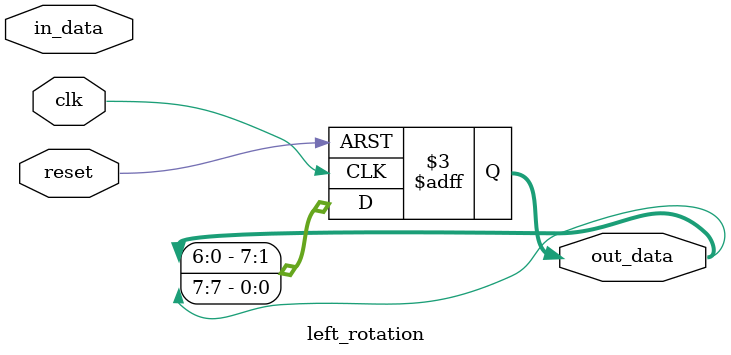
<source format=sv>
module left_rotation (
    input wire clk,     // Clock input
    input wire reset,   // Active-high synchronous reset
    input wire [7:0] in_data, // 8-bit input data
    output reg [7:0] out_data  // 8-bit output data after rotation
);

always @(posedge clk or posedge reset) begin
    if (reset) begin
        out_data <= 8'b0000_0000;  // Reset value
    end else begin
        // Perform left rotation
        out_data <= {out_data[6:0], out_data[7]};
    end
end

initial begin
    out_data = 8'b0000_0000;  // Initial value
end

endmodule


</source>
